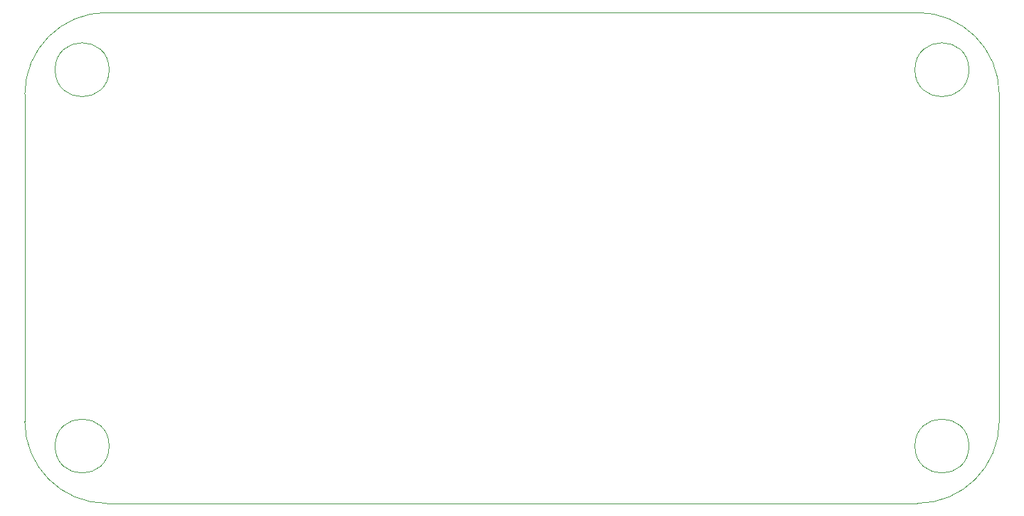
<source format=gbr>
%TF.GenerationSoftware,KiCad,Pcbnew,(5.1.7)-1*%
%TF.CreationDate,2020-11-09T09:10:02-08:00*%
%TF.ProjectId,Valve_Controller_Schematic,56616c76-655f-4436-9f6e-74726f6c6c65,rev?*%
%TF.SameCoordinates,Original*%
%TF.FileFunction,Profile,NP*%
%FSLAX46Y46*%
G04 Gerber Fmt 4.6, Leading zero omitted, Abs format (unit mm)*
G04 Created by KiCad (PCBNEW (5.1.7)-1) date 2020-11-09 09:10:02*
%MOMM*%
%LPD*%
G01*
G04 APERTURE LIST*
%TA.AperFunction,Profile*%
%ADD10C,0.100000*%
%TD*%
G04 APERTURE END LIST*
D10*
X211000000Y-80000000D02*
X211000000Y-120000000D01*
X198000000Y-70000000D02*
X201000000Y-70000000D01*
X198000000Y-130000000D02*
X201000000Y-130000000D01*
X207300000Y-123000000D02*
G75*
G03*
X207300000Y-123000000I-3300000J0D01*
G01*
X207300000Y-77000000D02*
G75*
G03*
X207300000Y-77000000I-3300000J0D01*
G01*
X102300000Y-123000000D02*
G75*
G03*
X102300000Y-123000000I-3300000J0D01*
G01*
X102000000Y-130000000D02*
X198000000Y-130000000D01*
X198000000Y-70000000D02*
X102000000Y-70000000D01*
X102300000Y-77000000D02*
G75*
G03*
X102300000Y-77000000I-3300000J0D01*
G01*
X201000000Y-70000000D02*
G75*
G02*
X211000000Y-80000000I0J-10000000D01*
G01*
X211000000Y-120000000D02*
G75*
G02*
X201000000Y-130000000I-10000000J0D01*
G01*
X102000000Y-130000000D02*
G75*
G02*
X92000000Y-120000000I0J10000000D01*
G01*
X92000000Y-80000000D02*
G75*
G02*
X102000000Y-70000000I10000000J0D01*
G01*
X92000000Y-120000000D02*
X92000000Y-80000000D01*
M02*

</source>
